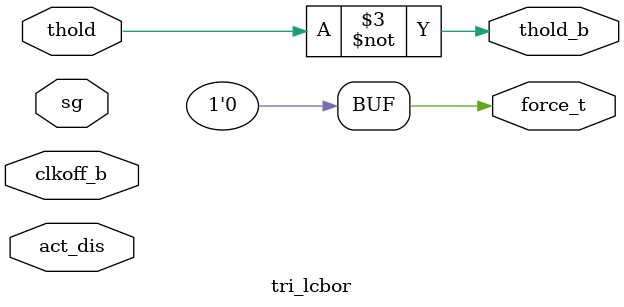
<source format=v>

`timescale 1 ns / 1 ns


module tri_lcbor(clkoff_b, thold, sg, act_dis, force_t, thold_b);
   input      clkoff_b;
   input      thold;
   input      sg;
   input      act_dis;
   output     force_t;
   output     thold_b;

   (* analysis_not_referenced="true" *)
   wire       unused;

   assign unused = clkoff_b | sg | act_dis;

   assign force_t = 1'b0;
   assign thold_b = (~thold);
endmodule

</source>
